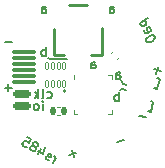
<source format=gbo>
G04 #@! TF.GenerationSoftware,KiCad,Pcbnew,7.0.7*
G04 #@! TF.CreationDate,2024-01-02T23:41:36-05:00*
G04 #@! TF.ProjectId,O12encoder,4f313265-6e63-46f6-9465-722e6b696361,1*
G04 #@! TF.SameCoordinates,Original*
G04 #@! TF.FileFunction,Legend,Bot*
G04 #@! TF.FilePolarity,Positive*
%FSLAX46Y46*%
G04 Gerber Fmt 4.6, Leading zero omitted, Abs format (unit mm)*
G04 Created by KiCad (PCBNEW 7.0.7) date 2024-01-02 23:41:36*
%MOMM*%
%LPD*%
G01*
G04 APERTURE LIST*
G04 Aperture macros list*
%AMRoundRect*
0 Rectangle with rounded corners*
0 $1 Rounding radius*
0 $2 $3 $4 $5 $6 $7 $8 $9 X,Y pos of 4 corners*
0 Add a 4 corners polygon primitive as box body*
4,1,4,$2,$3,$4,$5,$6,$7,$8,$9,$2,$3,0*
0 Add four circle primitives for the rounded corners*
1,1,$1+$1,$2,$3*
1,1,$1+$1,$4,$5*
1,1,$1+$1,$6,$7*
1,1,$1+$1,$8,$9*
0 Add four rect primitives between the rounded corners*
20,1,$1+$1,$2,$3,$4,$5,0*
20,1,$1+$1,$4,$5,$6,$7,0*
20,1,$1+$1,$6,$7,$8,$9,0*
20,1,$1+$1,$8,$9,$2,$3,0*%
%AMFreePoly0*
4,1,6,0.325000,0.000000,0.175000,-0.150000,-0.175000,-0.150000,-0.175000,0.150000,0.325000,0.150000,0.325000,0.000000,0.325000,0.000000,$1*%
%AMFreePoly1*
4,1,6,0.325000,0.000000,0.325000,-0.150000,-0.175000,-0.150000,-0.175000,0.150000,0.175000,0.150000,0.325000,0.000000,0.325000,0.000000,$1*%
%AMFreePoly2*
4,1,6,0.150000,-0.325000,0.000000,-0.325000,-0.150000,-0.175000,-0.150000,0.175000,0.150000,0.175000,0.150000,-0.325000,0.150000,-0.325000,$1*%
%AMFreePoly3*
4,1,6,0.150000,-0.175000,0.000000,-0.325000,-0.150000,-0.325000,-0.150000,0.175000,0.150000,0.175000,0.150000,-0.175000,0.150000,-0.175000,$1*%
%AMFreePoly4*
4,1,7,0.175000,-0.150000,-0.175000,-0.150000,-0.325000,-0.150000,-0.325000,0.000000,-0.175000,0.150000,0.175000,0.150000,0.175000,-0.150000,0.175000,-0.150000,$1*%
%AMFreePoly5*
4,1,6,0.175000,-0.150000,-0.175000,-0.150000,-0.325000,0.000000,-0.325000,0.150000,0.175000,0.150000,0.175000,-0.150000,0.175000,-0.150000,$1*%
%AMFreePoly6*
4,1,6,0.150000,0.175000,0.150000,-0.175000,-0.150000,-0.175000,-0.150000,0.325000,0.000000,0.325000,0.150000,0.175000,0.150000,0.175000,$1*%
%AMFreePoly7*
4,1,6,0.150000,-0.175000,-0.150000,-0.175000,-0.150000,0.175000,0.000000,0.325000,0.150000,0.325000,0.150000,-0.175000,0.150000,-0.175000,$1*%
G04 Aperture macros list end*
%ADD10C,0.150000*%
%ADD11C,0.200000*%
%ADD12C,0.120000*%
%ADD13C,0.254000*%
%ADD14RoundRect,0.075000X0.311852X-0.874070X-0.166963X0.912893X-0.311852X0.874070X0.166963X-0.912893X0*%
%ADD15RoundRect,0.050000X0.100000X-0.285000X0.100000X0.285000X-0.100000X0.285000X-0.100000X-0.285000X0*%
%ADD16RoundRect,0.150000X-0.600000X0.150000X-0.600000X-0.150000X0.600000X-0.150000X0.600000X0.150000X0*%
%ADD17RoundRect,0.150000X-0.594615X-0.170096X-0.444615X-0.429904X0.594615X0.170096X0.444615X0.429904X0*%
%ADD18RoundRect,0.140000X0.021213X-0.219203X0.219203X-0.021213X-0.021213X0.219203X-0.219203X0.021213X0*%
%ADD19RoundRect,0.140000X0.140000X0.170000X-0.140000X0.170000X-0.140000X-0.170000X0.140000X-0.170000X0*%
%ADD20RoundRect,0.075000X-0.912893X0.166963X0.874070X-0.311852X0.912893X-0.166963X-0.874070X0.311852X0*%
%ADD21RoundRect,0.075000X0.925000X0.075000X-0.925000X0.075000X-0.925000X-0.075000X0.925000X-0.075000X0*%
%ADD22FreePoly0,270.000000*%
%ADD23R,0.300000X0.700000*%
%ADD24FreePoly1,270.000000*%
%ADD25FreePoly2,270.000000*%
%ADD26R,0.700000X0.300000*%
%ADD27FreePoly3,270.000000*%
%ADD28FreePoly4,270.000000*%
%ADD29FreePoly5,270.000000*%
%ADD30FreePoly6,270.000000*%
%ADD31FreePoly7,270.000000*%
%ADD32R,0.600000X1.550000*%
%ADD33R,1.200000X1.800000*%
G04 APERTURE END LIST*
D10*
X54390000Y-50920000D02*
X54040000Y-50830000D01*
X56890000Y-50360000D02*
X57110000Y-50420000D01*
X47810000Y-48790000D02*
X47640000Y-48670000D01*
X57110000Y-50420000D02*
X56880000Y-51280000D01*
X56880000Y-51280000D02*
X56670000Y-51220000D01*
X54040000Y-50830000D02*
X53870000Y-50570000D01*
X54260000Y-51390000D02*
X53920000Y-51300000D01*
X56340000Y-53240000D02*
X56130000Y-53180000D01*
X53920000Y-51300000D02*
X53790000Y-51410000D01*
X56570000Y-52380000D02*
X56340000Y-53240000D01*
X49290000Y-48790000D02*
X47810000Y-48790000D01*
X56350000Y-52320000D02*
X56570000Y-52380000D01*
X47221904Y-53092295D02*
X47221904Y-52558961D01*
X47221904Y-52292295D02*
X47260000Y-52330390D01*
X47260000Y-52330390D02*
X47221904Y-52368485D01*
X47221904Y-52368485D02*
X47183809Y-52330390D01*
X47183809Y-52330390D02*
X47221904Y-52292295D01*
X47221904Y-52292295D02*
X47221904Y-52368485D01*
X46726667Y-53092295D02*
X46802857Y-53054200D01*
X46802857Y-53054200D02*
X46840952Y-53016104D01*
X46840952Y-53016104D02*
X46879048Y-52939914D01*
X46879048Y-52939914D02*
X46879048Y-52711342D01*
X46879048Y-52711342D02*
X46840952Y-52635152D01*
X46840952Y-52635152D02*
X46802857Y-52597057D01*
X46802857Y-52597057D02*
X46726667Y-52558961D01*
X46726667Y-52558961D02*
X46612381Y-52558961D01*
X46612381Y-52558961D02*
X46536190Y-52597057D01*
X46536190Y-52597057D02*
X46498095Y-52635152D01*
X46498095Y-52635152D02*
X46460000Y-52711342D01*
X46460000Y-52711342D02*
X46460000Y-52939914D01*
X46460000Y-52939914D02*
X46498095Y-53016104D01*
X46498095Y-53016104D02*
X46536190Y-53054200D01*
X46536190Y-53054200D02*
X46612381Y-53092295D01*
X46612381Y-53092295D02*
X46726667Y-53092295D01*
X48098510Y-57565661D02*
X48365177Y-57103781D01*
X48288986Y-57235747D02*
X48294090Y-57150716D01*
X48294090Y-57150716D02*
X48280146Y-57098677D01*
X48280146Y-57098677D02*
X48233211Y-57027591D01*
X48233211Y-57027591D02*
X48167228Y-56989495D01*
X47721660Y-57304098D02*
X47636630Y-57298995D01*
X47636630Y-57298995D02*
X47504664Y-57222804D01*
X47504664Y-57222804D02*
X47457729Y-57151718D01*
X47457729Y-57151718D02*
X47462833Y-57066687D01*
X47462833Y-57066687D02*
X47481880Y-57033696D01*
X47481880Y-57033696D02*
X47552967Y-56986760D01*
X47552967Y-56986760D02*
X47637997Y-56991864D01*
X47637997Y-56991864D02*
X47736972Y-57049007D01*
X47736972Y-57049007D02*
X47822002Y-57054111D01*
X47822002Y-57054111D02*
X47893089Y-57007175D01*
X47893089Y-57007175D02*
X47912136Y-56974184D01*
X47912136Y-56974184D02*
X47917240Y-56889154D01*
X47917240Y-56889154D02*
X47870305Y-56818067D01*
X47870305Y-56818067D02*
X47771331Y-56760924D01*
X47771331Y-56760924D02*
X47686300Y-56755820D01*
X47078510Y-56360924D02*
X46811844Y-56822804D01*
X47395849Y-56192231D02*
X47275091Y-56782340D01*
X47275091Y-56782340D02*
X46846203Y-56534721D01*
X46578535Y-56160240D02*
X46663565Y-56165344D01*
X46663565Y-56165344D02*
X46715604Y-56151400D01*
X46715604Y-56151400D02*
X46786691Y-56104465D01*
X46786691Y-56104465D02*
X46805739Y-56071473D01*
X46805739Y-56071473D02*
X46810842Y-55986443D01*
X46810842Y-55986443D02*
X46796899Y-55934404D01*
X46796899Y-55934404D02*
X46749963Y-55863317D01*
X46749963Y-55863317D02*
X46617997Y-55787127D01*
X46617997Y-55787127D02*
X46532967Y-55782023D01*
X46532967Y-55782023D02*
X46480928Y-55795967D01*
X46480928Y-55795967D02*
X46409841Y-55842902D01*
X46409841Y-55842902D02*
X46390794Y-55875893D01*
X46390794Y-55875893D02*
X46385690Y-55960924D01*
X46385690Y-55960924D02*
X46399634Y-56012963D01*
X46399634Y-56012963D02*
X46446569Y-56084050D01*
X46446569Y-56084050D02*
X46578535Y-56160240D01*
X46578535Y-56160240D02*
X46625470Y-56231327D01*
X46625470Y-56231327D02*
X46639414Y-56283366D01*
X46639414Y-56283366D02*
X46634310Y-56368396D01*
X46634310Y-56368396D02*
X46558120Y-56500362D01*
X46558120Y-56500362D02*
X46487033Y-56547297D01*
X46487033Y-56547297D02*
X46434994Y-56561241D01*
X46434994Y-56561241D02*
X46349963Y-56556137D01*
X46349963Y-56556137D02*
X46217997Y-56479947D01*
X46217997Y-56479947D02*
X46171062Y-56408860D01*
X46171062Y-56408860D02*
X46157118Y-56356821D01*
X46157118Y-56356821D02*
X46162222Y-56271791D01*
X46162222Y-56271791D02*
X46238413Y-56139825D01*
X46238413Y-56139825D02*
X46309499Y-56092890D01*
X46309499Y-56092890D02*
X46361538Y-56078946D01*
X46361538Y-56078946D02*
X46446569Y-56084050D01*
X45859194Y-55349031D02*
X46189109Y-55539507D01*
X46189109Y-55539507D02*
X46031624Y-55888470D01*
X46031624Y-55888470D02*
X46017680Y-55836430D01*
X46017680Y-55836430D02*
X45970745Y-55765344D01*
X45970745Y-55765344D02*
X45805787Y-55670106D01*
X45805787Y-55670106D02*
X45720757Y-55665002D01*
X45720757Y-55665002D02*
X45668718Y-55678946D01*
X45668718Y-55678946D02*
X45597631Y-55725881D01*
X45597631Y-55725881D02*
X45502393Y-55890838D01*
X45502393Y-55890838D02*
X45497289Y-55975869D01*
X45497289Y-55975869D02*
X45511233Y-56027908D01*
X45511233Y-56027908D02*
X45558168Y-56098994D01*
X45558168Y-56098994D02*
X45723126Y-56194233D01*
X45723126Y-56194233D02*
X45808156Y-56199336D01*
X45808156Y-56199336D02*
X45860195Y-56185393D01*
X51318571Y-49552295D02*
X51318571Y-49133247D01*
X51318571Y-49133247D02*
X51356666Y-49057057D01*
X51356666Y-49057057D02*
X51432857Y-49018961D01*
X51432857Y-49018961D02*
X51585238Y-49018961D01*
X51585238Y-49018961D02*
X51661428Y-49057057D01*
X51318571Y-49514200D02*
X51394762Y-49552295D01*
X51394762Y-49552295D02*
X51585238Y-49552295D01*
X51585238Y-49552295D02*
X51661428Y-49514200D01*
X51661428Y-49514200D02*
X51699524Y-49438009D01*
X51699524Y-49438009D02*
X51699524Y-49361819D01*
X51699524Y-49361819D02*
X51661428Y-49285628D01*
X51661428Y-49285628D02*
X51585238Y-49247533D01*
X51585238Y-49247533D02*
X51394762Y-49247533D01*
X51394762Y-49247533D02*
X51318571Y-49209438D01*
X47461428Y-48522295D02*
X47461428Y-47722295D01*
X47461428Y-48027057D02*
X47385238Y-47988961D01*
X47385238Y-47988961D02*
X47232857Y-47988961D01*
X47232857Y-47988961D02*
X47156666Y-48027057D01*
X47156666Y-48027057D02*
X47118571Y-48065152D01*
X47118571Y-48065152D02*
X47080476Y-48141342D01*
X47080476Y-48141342D02*
X47080476Y-48369914D01*
X47080476Y-48369914D02*
X47118571Y-48446104D01*
X47118571Y-48446104D02*
X47156666Y-48484200D01*
X47156666Y-48484200D02*
X47232857Y-48522295D01*
X47232857Y-48522295D02*
X47385238Y-48522295D01*
X47385238Y-48522295D02*
X47461428Y-48484200D01*
X49480513Y-56864451D02*
X50069268Y-56706694D01*
X49853768Y-57079950D02*
X49696012Y-56491195D01*
X55414733Y-45693724D02*
X56107554Y-45293724D01*
X55447725Y-45674676D02*
X55452828Y-45759707D01*
X55452828Y-45759707D02*
X55529019Y-45891672D01*
X55529019Y-45891672D02*
X55600106Y-45938608D01*
X55600106Y-45938608D02*
X55652145Y-45952552D01*
X55652145Y-45952552D02*
X55737175Y-45947448D01*
X55737175Y-45947448D02*
X55935124Y-45833162D01*
X55935124Y-45833162D02*
X55982059Y-45762075D01*
X55982059Y-45762075D02*
X55996003Y-45710036D01*
X55996003Y-45710036D02*
X55990899Y-45625006D01*
X55990899Y-45625006D02*
X55914709Y-45493040D01*
X55914709Y-45493040D02*
X55843622Y-45446105D01*
X56409947Y-46350818D02*
X56047041Y-46560342D01*
X56047041Y-46560342D02*
X55962011Y-46565446D01*
X55962011Y-46565446D02*
X55890924Y-46518510D01*
X55890924Y-46518510D02*
X55814733Y-46386545D01*
X55814733Y-46386545D02*
X55809630Y-46301514D01*
X56376956Y-46369866D02*
X56371852Y-46284835D01*
X56371852Y-46284835D02*
X56276614Y-46119878D01*
X56276614Y-46119878D02*
X56205527Y-46072943D01*
X56205527Y-46072943D02*
X56120497Y-46078046D01*
X56120497Y-46078046D02*
X56054514Y-46116142D01*
X56054514Y-46116142D02*
X56007578Y-46187228D01*
X56007578Y-46187228D02*
X56012682Y-46272259D01*
X56012682Y-46272259D02*
X56107920Y-46437216D01*
X56107920Y-46437216D02*
X56113024Y-46522247D01*
X55983794Y-47212699D02*
X56021889Y-47278682D01*
X56021889Y-47278682D02*
X56092976Y-47325617D01*
X56092976Y-47325617D02*
X56145015Y-47339561D01*
X56145015Y-47339561D02*
X56230045Y-47334457D01*
X56230045Y-47334457D02*
X56381059Y-47291258D01*
X56381059Y-47291258D02*
X56546016Y-47196020D01*
X56546016Y-47196020D02*
X56658934Y-47086838D01*
X56658934Y-47086838D02*
X56705869Y-47015751D01*
X56705869Y-47015751D02*
X56719813Y-46963712D01*
X56719813Y-46963712D02*
X56714709Y-46878682D01*
X56714709Y-46878682D02*
X56676614Y-46812699D01*
X56676614Y-46812699D02*
X56605527Y-46765763D01*
X56605527Y-46765763D02*
X56553488Y-46751820D01*
X56553488Y-46751820D02*
X56468458Y-46756923D01*
X56468458Y-46756923D02*
X56317444Y-46800122D01*
X56317444Y-46800122D02*
X56152487Y-46895360D01*
X56152487Y-46895360D02*
X56039569Y-47004542D01*
X56039569Y-47004542D02*
X55992634Y-47075629D01*
X55992634Y-47075629D02*
X55978690Y-47127668D01*
X55978690Y-47127668D02*
X55983794Y-47212699D01*
X44005238Y-51187533D02*
X44614762Y-51187533D01*
X44310000Y-51492295D02*
X44310000Y-50882771D01*
X53448571Y-50422295D02*
X53448571Y-50003247D01*
X53448571Y-50003247D02*
X53486666Y-49927057D01*
X53486666Y-49927057D02*
X53562857Y-49888961D01*
X53562857Y-49888961D02*
X53715238Y-49888961D01*
X53715238Y-49888961D02*
X53791428Y-49927057D01*
X53448571Y-50384200D02*
X53524762Y-50422295D01*
X53524762Y-50422295D02*
X53715238Y-50422295D01*
X53715238Y-50422295D02*
X53791428Y-50384200D01*
X53791428Y-50384200D02*
X53829524Y-50308009D01*
X53829524Y-50308009D02*
X53829524Y-50231819D01*
X53829524Y-50231819D02*
X53791428Y-50155628D01*
X53791428Y-50155628D02*
X53715238Y-50117533D01*
X53715238Y-50117533D02*
X53524762Y-50117533D01*
X53524762Y-50117533D02*
X53448571Y-50079438D01*
X47128571Y-44862295D02*
X47128571Y-44443247D01*
X47128571Y-44443247D02*
X47166666Y-44367057D01*
X47166666Y-44367057D02*
X47242857Y-44328961D01*
X47242857Y-44328961D02*
X47395238Y-44328961D01*
X47395238Y-44328961D02*
X47471428Y-44367057D01*
X47128571Y-44824200D02*
X47204762Y-44862295D01*
X47204762Y-44862295D02*
X47395238Y-44862295D01*
X47395238Y-44862295D02*
X47471428Y-44824200D01*
X47471428Y-44824200D02*
X47509524Y-44748009D01*
X47509524Y-44748009D02*
X47509524Y-44671819D01*
X47509524Y-44671819D02*
X47471428Y-44595628D01*
X47471428Y-44595628D02*
X47395238Y-44557533D01*
X47395238Y-44557533D02*
X47204762Y-44557533D01*
X47204762Y-44557533D02*
X47128571Y-44519438D01*
X44015238Y-47347533D02*
X44624762Y-47347533D01*
X53480513Y-55784451D02*
X54069268Y-55626694D01*
X52888571Y-44842295D02*
X52888571Y-44423247D01*
X52888571Y-44423247D02*
X52926666Y-44347057D01*
X52926666Y-44347057D02*
X53002857Y-44308961D01*
X53002857Y-44308961D02*
X53155238Y-44308961D01*
X53155238Y-44308961D02*
X53231428Y-44347057D01*
X52888571Y-44804200D02*
X52964762Y-44842295D01*
X52964762Y-44842295D02*
X53155238Y-44842295D01*
X53155238Y-44842295D02*
X53231428Y-44804200D01*
X53231428Y-44804200D02*
X53269524Y-44728009D01*
X53269524Y-44728009D02*
X53269524Y-44651819D01*
X53269524Y-44651819D02*
X53231428Y-44575628D01*
X53231428Y-44575628D02*
X53155238Y-44537533D01*
X53155238Y-44537533D02*
X52964762Y-44537533D01*
X52964762Y-44537533D02*
X52888571Y-44499438D01*
X53641428Y-52312295D02*
X53641428Y-51512295D01*
X53641428Y-51817057D02*
X53565238Y-51778961D01*
X53565238Y-51778961D02*
X53412857Y-51778961D01*
X53412857Y-51778961D02*
X53336666Y-51817057D01*
X53336666Y-51817057D02*
X53298571Y-51855152D01*
X53298571Y-51855152D02*
X53260476Y-51931342D01*
X53260476Y-51931342D02*
X53260476Y-52159914D01*
X53260476Y-52159914D02*
X53298571Y-52236104D01*
X53298571Y-52236104D02*
X53336666Y-52274200D01*
X53336666Y-52274200D02*
X53412857Y-52312295D01*
X53412857Y-52312295D02*
X53565238Y-52312295D01*
X53565238Y-52312295D02*
X53641428Y-52274200D01*
X47592856Y-52034200D02*
X47669047Y-52072295D01*
X47669047Y-52072295D02*
X47821428Y-52072295D01*
X47821428Y-52072295D02*
X47897618Y-52034200D01*
X47897618Y-52034200D02*
X47935713Y-51996104D01*
X47935713Y-51996104D02*
X47973809Y-51919914D01*
X47973809Y-51919914D02*
X47973809Y-51691342D01*
X47973809Y-51691342D02*
X47935713Y-51615152D01*
X47935713Y-51615152D02*
X47897618Y-51577057D01*
X47897618Y-51577057D02*
X47821428Y-51538961D01*
X47821428Y-51538961D02*
X47669047Y-51538961D01*
X47669047Y-51538961D02*
X47592856Y-51577057D01*
X47135714Y-52072295D02*
X47211904Y-52034200D01*
X47211904Y-52034200D02*
X47249999Y-51958009D01*
X47249999Y-51958009D02*
X47249999Y-51272295D01*
X46830951Y-52072295D02*
X46830951Y-51272295D01*
X46754761Y-51767533D02*
X46526189Y-52072295D01*
X46526189Y-51538961D02*
X46830951Y-51843723D01*
X56600731Y-49606694D02*
X57189486Y-49764451D01*
X56816231Y-49979950D02*
X56973987Y-49391195D01*
X55400731Y-53536694D02*
X55989486Y-53694451D01*
D11*
X49150000Y-51450000D02*
G75*
G03*
X49150000Y-51450000I-100000J0D01*
G01*
D12*
X52969190Y-48221693D02*
X53121693Y-48069190D01*
X53478307Y-48730810D02*
X53630810Y-48578307D01*
X48657836Y-53510000D02*
X48442164Y-53510000D01*
X48657836Y-52790000D02*
X48442164Y-52790000D01*
X53070000Y-50130000D02*
X52770000Y-50130000D01*
X53070000Y-50130000D02*
X53070000Y-50430000D01*
X49830000Y-50130000D02*
X49830000Y-50430000D01*
X53070000Y-53370000D02*
X53070000Y-53070000D01*
X53070000Y-53370000D02*
X52770000Y-53370000D01*
X49830000Y-53370000D02*
X49830000Y-53070000D01*
X49830000Y-53370000D02*
X50130000Y-53370000D01*
D13*
X48200000Y-48450000D02*
X48200000Y-46237000D01*
X48200000Y-48450000D02*
X49055000Y-48450000D01*
X49433000Y-44200000D02*
X50922000Y-44200000D01*
X52200000Y-48450000D02*
X51300000Y-48450000D01*
X52200000Y-48450000D02*
X52200000Y-46103000D01*
%LPC*%
D14*
X52665925Y-55075000D03*
X52182962Y-55204410D03*
X51699999Y-55333819D03*
X51217036Y-55463229D03*
X50734073Y-55592638D03*
X50251110Y-55722048D03*
D15*
X49050000Y-50840000D03*
X48550000Y-50840000D03*
X48050000Y-50840000D03*
X47550000Y-50840000D03*
X47550000Y-49360000D03*
X48050000Y-49360000D03*
X48550000Y-49360000D03*
X49050000Y-49360000D03*
D16*
X45450000Y-52700000D03*
D17*
X55130000Y-47030000D03*
D18*
X52960589Y-48739411D03*
X53639411Y-48060589D03*
D19*
X49030000Y-53150000D03*
X48070000Y-53150000D03*
D20*
X55011771Y-52648888D03*
X55141181Y-52165925D03*
X55270590Y-51682962D03*
X55400000Y-51199999D03*
X55529409Y-50717036D03*
X55658819Y-50234073D03*
D16*
X45450000Y-51700000D03*
D21*
X45600000Y-48200000D03*
X45600000Y-48700000D03*
X45600000Y-49200000D03*
X45600000Y-49700000D03*
X45600000Y-50200000D03*
X45600000Y-50700000D03*
D22*
X50450000Y-50275000D03*
D23*
X50950000Y-50450000D03*
X51450000Y-50450000D03*
X51950000Y-50450000D03*
D24*
X52450000Y-50275000D03*
D25*
X52925000Y-50750000D03*
D26*
X52750000Y-51250000D03*
X52750000Y-51750000D03*
X52750000Y-52250000D03*
D27*
X52925000Y-52750000D03*
D28*
X52450000Y-53225000D03*
D23*
X51950000Y-53050000D03*
X51450000Y-53050000D03*
X50950000Y-53050000D03*
D29*
X50450000Y-53225000D03*
D30*
X49975000Y-52750000D03*
D26*
X50150000Y-52250000D03*
X50150000Y-51750000D03*
X50150000Y-51250000D03*
D31*
X49975000Y-50750000D03*
D32*
X49700000Y-48775000D03*
X50700000Y-48775000D03*
D33*
X48400000Y-44900000D03*
X52000000Y-44900000D03*
%LPD*%
M02*

</source>
